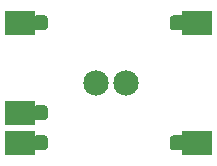
<source format=gts>
G04 #@! TF.GenerationSoftware,KiCad,Pcbnew,9.0.1+1*
G04 #@! TF.CreationDate,2025-11-10T08:37:20+00:00*
G04 #@! TF.ProjectId,battery-connector,62617474-6572-4792-9d63-6f6e6e656374,rev?*
G04 #@! TF.SameCoordinates,Original*
G04 #@! TF.FileFunction,Soldermask,Top*
G04 #@! TF.FilePolarity,Negative*
%FSLAX46Y46*%
G04 Gerber Fmt 4.6, Leading zero omitted, Abs format (unit mm)*
G04 Created by KiCad (PCBNEW 9.0.1+1) date 2025-11-10 08:37:20*
%MOMM*%
%LPD*%
G01*
G04 APERTURE LIST*
%ADD10C,2.154000*%
%ADD11R,2.540000X2.000000*%
G04 APERTURE END LIST*
D10*
X66762000Y-61580000D03*
X69302000Y-61580000D03*
D11*
X75312000Y-56500000D03*
G36*
G01*
X72987000Y-56875000D02*
X72987000Y-56125000D01*
G75*
G02*
X73237000Y-55875000I250000J0D01*
G01*
X73987000Y-55875000D01*
G75*
G02*
X74237000Y-56125000I0J-250000D01*
G01*
X74237000Y-56875000D01*
G75*
G02*
X73987000Y-57125000I-250000J0D01*
G01*
X73237000Y-57125000D01*
G75*
G02*
X72987000Y-56875000I0J250000D01*
G01*
G37*
X75312000Y-66660000D03*
G36*
G01*
X72987000Y-67035000D02*
X72987000Y-66285000D01*
G75*
G02*
X73237000Y-66035000I250000J0D01*
G01*
X73987000Y-66035000D01*
G75*
G02*
X74237000Y-66285000I0J-250000D01*
G01*
X74237000Y-67035000D01*
G75*
G02*
X73987000Y-67285000I-250000J0D01*
G01*
X73237000Y-67285000D01*
G75*
G02*
X72987000Y-67035000I0J250000D01*
G01*
G37*
G36*
G01*
X61387000Y-56875000D02*
X61387000Y-56125000D01*
G75*
G02*
X61637000Y-55875000I250000J0D01*
G01*
X62387000Y-55875000D01*
G75*
G02*
X62637000Y-56125000I0J-250000D01*
G01*
X62637000Y-56875000D01*
G75*
G02*
X62387000Y-57125000I-250000J0D01*
G01*
X61637000Y-57125000D01*
G75*
G02*
X61387000Y-56875000I0J250000D01*
G01*
G37*
X60312000Y-56500000D03*
G36*
G01*
X61387000Y-64495000D02*
X61387000Y-63745000D01*
G75*
G02*
X61637000Y-63495000I250000J0D01*
G01*
X62387000Y-63495000D01*
G75*
G02*
X62637000Y-63745000I0J-250000D01*
G01*
X62637000Y-64495000D01*
G75*
G02*
X62387000Y-64745000I-250000J0D01*
G01*
X61637000Y-64745000D01*
G75*
G02*
X61387000Y-64495000I0J250000D01*
G01*
G37*
X60312000Y-64120000D03*
G36*
G01*
X61387000Y-67035000D02*
X61387000Y-66285000D01*
G75*
G02*
X61637000Y-66035000I250000J0D01*
G01*
X62387000Y-66035000D01*
G75*
G02*
X62637000Y-66285000I0J-250000D01*
G01*
X62637000Y-67035000D01*
G75*
G02*
X62387000Y-67285000I-250000J0D01*
G01*
X61637000Y-67285000D01*
G75*
G02*
X61387000Y-67035000I0J250000D01*
G01*
G37*
X60312000Y-66660000D03*
M02*

</source>
